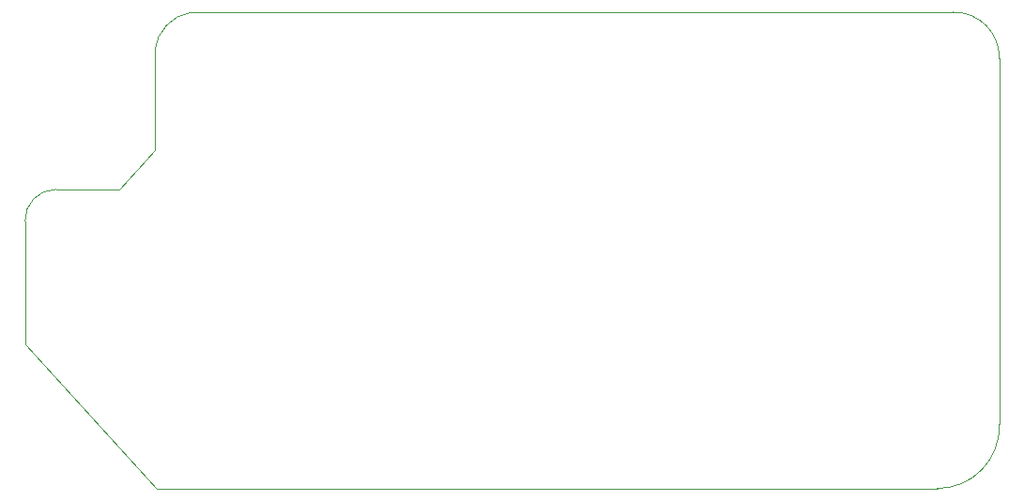
<source format=gbr>
%TF.GenerationSoftware,KiCad,Pcbnew,(7.0.0)*%
%TF.CreationDate,2023-07-17T15:36:44+02:00*%
%TF.ProjectId,SupportCoral,53757070-6f72-4744-936f-72616c2e6b69,rev?*%
%TF.SameCoordinates,Original*%
%TF.FileFunction,Profile,NP*%
%FSLAX46Y46*%
G04 Gerber Fmt 4.6, Leading zero omitted, Abs format (unit mm)*
G04 Created by KiCad (PCBNEW (7.0.0)) date 2023-07-17 15:36:44*
%MOMM*%
%LPD*%
G01*
G04 APERTURE LIST*
%TA.AperFunction,Profile*%
%ADD10C,0.100000*%
%TD*%
G04 APERTURE END LIST*
D10*
X44800000Y-65300000D02*
X47999999Y-61800000D01*
X39100000Y-65298215D02*
X44800000Y-65300000D01*
X36300000Y-68200000D02*
X36300000Y-79300000D01*
X51308000Y-49329853D02*
G75*
G03*
X48005268Y-52800543I592000J-3870147D01*
G01*
X124196446Y-86500518D02*
X124190290Y-53499763D01*
X118600000Y-92300000D02*
X48200000Y-92300000D01*
X48005268Y-52800543D02*
X47999999Y-61800000D01*
X124190290Y-53499763D02*
G75*
G03*
X120000000Y-49309716I-4090290J99763D01*
G01*
X36300000Y-79300000D02*
X48200000Y-92300000D01*
X39100000Y-65298215D02*
G75*
G03*
X36300000Y-68200000I0J-2801785D01*
G01*
X118600000Y-92300000D02*
G75*
G03*
X124196446Y-86500518I0J5600000D01*
G01*
X51308000Y-49329853D02*
X120000000Y-49309716D01*
M02*

</source>
